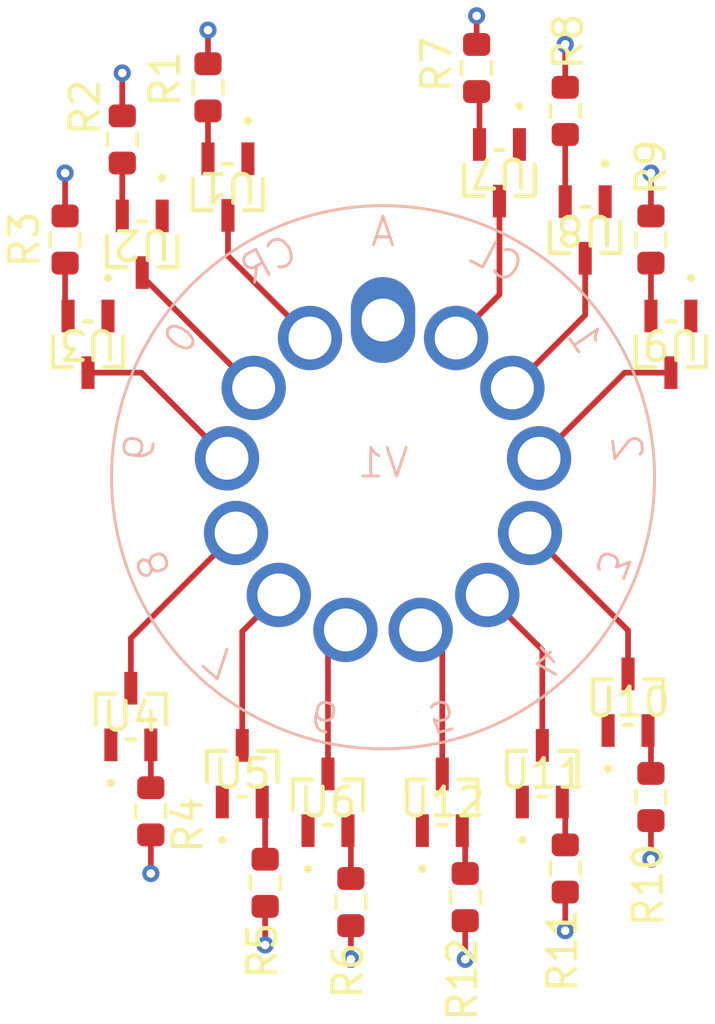
<source format=kicad_pcb>
(kicad_pcb (version 20240108) (generator "pcbnew") (generator_version "8.0")
  (layers (0 "F.Cu" signal) (1 "In1.Cu" signal) (2 "In2.Cu" signal) (3 "In3.Cu" signal) (4 "In4.Cu" signal) (31 "B.Cu" signal) (34 "B.Paste" user) (35 "F.Paste" user) (36 "B.SilkS" user "B.Silkscreen") (37 "F.SilkS" user "F.Silkscreen") (38 "B.Mask" user) (39 "F.Mask" user) (44 "Edge.Cuts" user))
  (net 0 "")
  (net 1 "Net-(U1-EMITTER)")
  (net 2 "GND")
  (net 3 "Net-(U2-EMITTER)")
  (net 4 "Net-(U3-EMITTER)")
  (net 5 "Net-(U4-EMITTER)")
  (net 6 "Net-(U5-EMITTER)")
  (net 7 "Net-(U6-EMITTER)")
  (net 8 "Net-(U7-EMITTER)")
  (net 9 "Net-(U8-EMITTER)")
  (net 10 "Net-(U9-EMITTER)")
  (net 11 "Net-(U10-EMITTER)")
  (net 12 "Net-(U11-EMITTER)")
  (net 13 "Net-(U12-EMITTER)")
  (net 14 "Net-(U1-COLLECTOR)")
  (net 15 "/Comma_R")
  (net 16 "/Cath_0")
  (net 17 "Net-(U2-COLLECTOR)")
  (net 18 "Net-(U3-COLLECTOR)")
  (net 19 "/Cath_9")
  (net 20 "/Cath_8")
  (net 21 "Net-(U4-COLLECTOR)")
  (net 22 "Net-(U5-COLLECTOR)")
  (net 23 "/Cath_7")
  (net 24 "Net-(U6-COLLECTOR)")
  (net 25 "/Cath_6")
  (net 26 "Net-(U7-COLLECTOR)")
  (net 27 "/Comma_L")
  (net 28 "/Cath_1")
  (net 29 "Net-(U8-COLLECTOR)")
  (net 30 "Net-(U9-COLLECTOR)")
  (net 31 "/Cath_2")
  (net 32 "/Cath_3")
  (net 33 "Net-(U10-COLLECTOR)")
  (net 34 "Net-(U11-COLLECTOR)")
  (net 35 "/Cath_4")
  (net 36 "Net-(U12-COLLECTOR)")
  (net 37 "/Cath_5")
  (net 38 "+170V")
  (footprint "Resistor_SMD:R_0603_1608Metric" (layer "F.Cu") (at 127 96.325 -90)
    (property "Reference" "R12" (at 2.875 0.1 90) (layer "F.SilkS"))
    (property "Value" "1K")
    (fp_line (start -0.237258 0.5225) (end 0.237258 0.5225) (stroke (width 0.12)) (layer "F.SilkS"))
    (fp_line (start -0.237258 -0.5225) (end 0.237258 -0.5225) (stroke (width 0.12)) (layer "F.SilkS"))
    (pad "1" smd roundrect (at -0.825 0 270) (size 0.8 0.95) (layers "F.Cu" "F.Paste" "F.Mask") (net 13 "Net-(U12-EMITTER)"))
    (pad "2" smd roundrect (at 0.825 0 270) (size 0.8 0.95) (layers "F.Cu" "F.Paste" "F.Mask") (net 2 "GND"))
  )
  (footprint "footprints:SOT-323-3_2P2X1P35_ONS" (layer "F.Cu") (at 115.6985 73.4906 180)
    (property "Reference" "U2" (at 0 0 180) (layer "F.SilkS"))
    (property "Value" "MSD42WT1G" (hide yes))
    (fp_line (start 1.2319 0.285635) (end 1.2319 -0.8001) (stroke (width 0.1524)) (layer "F.SilkS"))
    (fp_line (start 1.2319 -0.8001) (end 0.56134 -0.8001) (stroke (width 0.1524)) (layer "F.SilkS"))
    (fp_line (start -0.13716 0.8001) (end 0.13716 0.8001) (stroke (width 0.1524)) (layer "F.SilkS"))
    (fp_line (start -0.56134 -0.8001) (end -1.2319 -0.8001) (stroke (width 0.1524)) (layer "F.SilkS"))
    (fp_line (start -1.2319 -0.8001) (end -1.2319 0.285635) (stroke (width 0.1524)) (layer "F.SilkS"))
    (fp_circle (center -0.6985 2.3241) (end -0.6223 2.3241) (stroke (width 0.1524)) (fill none) (layer "F.SilkS"))
    (pad "1" smd rect (at -0.6985 0.9906 180) (size 0.4572 1.143) (layers "F.Cu" "F.Paste" "F.Mask") (net 16 "/Cath_0"))
    (pad "2" smd rect (at 0.6985 0.9906 180) (size 0.4572 1.143) (layers "F.Cu" "F.Paste" "F.Mask") (net 3 "Net-(U2-EMITTER)"))
    (pad "3" smd rect (at 0 -0.9906 180) (size 0.4572 1.143) (layers "F.Cu" "F.Paste" "F.Mask") (net 17 "Net-(U2-COLLECTOR)"))
  )
  (footprint "Resistor_SMD:R_0603_1608Metric" (layer "F.Cu") (at 130.5 95.325 -90)
    (property "Reference" "R11" (at 2.875 0.1 90) (layer "F.SilkS"))
    (property "Value" "1K")
    (fp_line (start -0.237258 0.5225) (end 0.237258 0.5225) (stroke (width 0.12)) (layer "F.SilkS"))
    (fp_line (start -0.237258 -0.5225) (end 0.237258 -0.5225) (stroke (width 0.12)) (layer "F.SilkS"))
    (pad "1" smd roundrect (at -0.825 0 270) (size 0.8 0.95) (layers "F.Cu" "F.Paste" "F.Mask") (net 12 "Net-(U11-EMITTER)"))
    (pad "2" smd roundrect (at 0.825 0 270) (size 0.8 0.95) (layers "F.Cu" "F.Paste" "F.Mask") (net 2 "GND"))
  )
  (footprint "Resistor_SMD:R_0603_1608Metric" (layer "F.Cu") (at 115 69.825 90)
    (property "Reference" "R2" (at 1.125 -1.3 90) (layer "F.SilkS"))
    (property "Value" "1K")
    (fp_line (start -0.237258 -0.5225) (end 0.237258 -0.5225) (stroke (width 0.12)) (layer "F.SilkS"))
    (fp_line (start -0.237258 0.5225) (end 0.237258 0.5225) (stroke (width 0.12)) (layer "F.SilkS"))
    (pad "1" smd roundrect (at -0.825 0 90) (size 0.8 0.95) (layers "F.Cu" "F.Paste" "F.Mask") (net 3 "Net-(U2-EMITTER)"))
    (pad "2" smd roundrect (at 0.825 0 90) (size 0.8 0.95) (layers "F.Cu" "F.Paste" "F.Mask") (net 2 "GND"))
  )
  (footprint "Resistor_SMD:R_0603_1608Metric" (layer "F.Cu") (at 123 96.5 -90)
    (property "Reference" "R6" (at 2.4 0.1 90) (layer "F.SilkS"))
    (property "Value" "1K")
    (fp_line (start -0.237258 0.5225) (end 0.237258 0.5225) (stroke (width 0.12)) (layer "F.SilkS"))
    (fp_line (start -0.237258 -0.5225) (end 0.237258 -0.5225) (stroke (width 0.12)) (layer "F.SilkS"))
    (pad "1" smd roundrect (at -0.825 0 270) (size 0.8 0.95) (layers "F.Cu" "F.Paste" "F.Mask") (net 7 "Net-(U6-EMITTER)"))
    (pad "2" smd roundrect (at 0.825 0 270) (size 0.8 0.95) (layers "F.Cu" "F.Paste" "F.Mask") (net 2 "GND"))
  )
  (footprint "footprints:SOT-323-3_2P2X1P35_ONS" (layer "F.Cu") (at 115.3015 90.0094)
    (property "Reference" "U4" (at 0 0 0) (layer "F.SilkS"))
    (property "Value" "MSD42WT1G" (hide yes))
    (fp_line (start -1.2319 -0.8001) (end -1.2319 0.285635) (stroke (width 0.1524)) (layer "F.SilkS"))
    (fp_line (start -0.56134 -0.8001) (end -1.2319 -0.8001) (stroke (width 0.1524)) (layer "F.SilkS"))
    (fp_line (start -0.13716 0.8001) (end 0.13716 0.8001) (stroke (width 0.1524)) (layer "F.SilkS"))
    (fp_line (start 1.2319 -0.8001) (end 0.56134 -0.8001) (stroke (width 0.1524)) (layer "F.SilkS"))
    (fp_line (start 1.2319 0.285635) (end 1.2319 -0.8001) (stroke (width 0.1524)) (layer "F.SilkS"))
    (fp_circle (center -0.6985 2.3241) (end -0.6223 2.3241) (stroke (width 0.1524)) (fill none) (layer "F.SilkS"))
    (pad "1" smd rect (at -0.6985 0.9906) (size 0.4572 1.143) (layers "F.Cu" "F.Paste" "F.Mask") (net 20 "/Cath_8"))
    (pad "2" smd rect (at 0.6985 0.9906) (size 0.4572 1.143) (layers "F.Cu" "F.Paste" "F.Mask") (net 5 "Net-(U4-EMITTER)"))
    (pad "3" smd rect (at 0 -0.9906) (size 0.4572 1.143) (layers "F.Cu" "F.Paste" "F.Mask") (net 21 "Net-(U4-COLLECTOR)"))
  )
  (footprint "Resistor_SMD:R_0603_1608Metric" (layer "F.Cu") (at 133.5 73.325 90)
    (property "Reference" "R9" (at 2.525 0 90) (layer "F.SilkS"))
    (property "Value" "1K")
    (fp_line (start -0.237258 -0.5225) (end 0.237258 -0.5225) (stroke (width 0.12)) (layer "F.SilkS"))
    (fp_line (start -0.237258 0.5225) (end 0.237258 0.5225) (stroke (width 0.12)) (layer "F.SilkS"))
    (pad "1" smd roundrect (at -0.825 0 90) (size 0.8 0.95) (layers "F.Cu" "F.Paste" "F.Mask") (net 10 "Net-(U9-EMITTER)"))
    (pad "2" smd roundrect (at 0.825 0 90) (size 0.8 0.95) (layers "F.Cu" "F.Paste" "F.Mask") (net 2 "GND"))
  )
  (footprint "Resistor_SMD:R_0603_1608Metric" (layer "F.Cu") (at 118 68 90)
    (property "Reference" "R1" (at 0.3 -1.5 90) (layer "F.SilkS"))
    (property "Value" "7K87")
    (fp_line (start -0.237258 -0.5225) (end 0.237258 -0.5225) (stroke (width 0.12)) (layer "F.SilkS"))
    (fp_line (start -0.237258 0.5225) (end 0.237258 0.5225) (stroke (width 0.12)) (layer "F.SilkS"))
    (pad "1" smd roundrect (at -0.825 0 90) (size 0.8 0.95) (layers "F.Cu" "F.Paste" "F.Mask") (net 1 "Net-(U1-EMITTER)"))
    (pad "2" smd roundrect (at 0.825 0 90) (size 0.8 0.95) (layers "F.Cu" "F.Paste" "F.Mask") (net 2 "GND"))
  )
  (footprint "footprints:SOT-323-3_2P2X1P35_ONS" (layer "F.Cu") (at 134.1985 76.9906 180)
    (property "Reference" "U9" (at 0 0 180) (layer "F.SilkS"))
    (property "Value" "MSD42WT1G" (hide yes))
    (fp_line (start 1.2319 0.285635) (end 1.2319 -0.8001) (stroke (width 0.1524)) (layer "F.SilkS"))
    (fp_line (start 1.2319 -0.8001) (end 0.56134 -0.8001) (stroke (width 0.1524)) (layer "F.SilkS"))
    (fp_line (start -0.13716 0.8001) (end 0.13716 0.8001) (stroke (width 0.1524)) (layer "F.SilkS"))
    (fp_line (start -0.56134 -0.8001) (end -1.2319 -0.8001) (stroke (width 0.1524)) (layer "F.SilkS"))
    (fp_line (start -1.2319 -0.8001) (end -1.2319 0.285635) (stroke (width 0.1524)) (layer "F.SilkS"))
    (fp_circle (center -0.6985 2.3241) (end -0.6223 2.3241) (stroke (width 0.1524)) (fill none) (layer "F.SilkS"))
    (pad "1" smd rect (at -0.6985 0.9906 180) (size 0.4572 1.143) (layers "F.Cu" "F.Paste" "F.Mask") (net 31 "/Cath_2"))
    (pad "2" smd rect (at 0.6985 0.9906 180) (size 0.4572 1.143) (layers "F.Cu" "F.Paste" "F.Mask") (net 10 "Net-(U9-EMITTER)"))
    (pad "3" smd rect (at 0 -0.9906 180) (size 0.4572 1.143) (layers "F.Cu" "F.Paste" "F.Mask") (net 30 "Net-(U9-COLLECTOR)"))
  )
  (footprint "footprints:SOT-323-3_2P2X1P35_ONS" (layer "F.Cu") (at 128.1985 70.9906 180)
    (property "Reference" "U7" (at 0 0 180) (layer "F.SilkS"))
    (property "Value" "MSD42WT1G" (hide yes))
    (fp_line (start 1.2319 0.285635) (end 1.2319 -0.8001) (stroke (width 0.1524)) (layer "F.SilkS"))
    (fp_line (start 1.2319 -0.8001) (end 0.56134 -0.8001) (stroke (width 0.1524)) (layer "F.SilkS"))
    (fp_line (start -0.13716 0.8001) (end 0.13716 0.8001) (stroke (width 0.1524)) (layer "F.SilkS"))
    (fp_line (start -0.56134 -0.8001) (end -1.2319 -0.8001) (stroke (width 0.1524)) (layer "F.SilkS"))
    (fp_line (start -1.2319 -0.8001) (end -1.2319 0.285635) (stroke (width 0.1524)) (layer "F.SilkS"))
    (fp_circle (center -0.6985 2.3241) (end -0.6223 2.3241) (stroke (width 0.1524)) (fill none) (layer "F.SilkS"))
    (pad "1" smd rect (at -0.6985 0.9906 180) (size 0.4572 1.143) (layers "F.Cu" "F.Paste" "F.Mask") (net 27 "/Comma_L"))
    (pad "2" smd rect (at 0.6985 0.9906 180) (size 0.4572 1.143) (layers "F.Cu" "F.Paste" "F.Mask") (net 8 "Net-(U7-EMITTER)"))
    (pad "3" smd rect (at 0 -0.9906 180) (size 0.4572 1.143) (layers "F.Cu" "F.Paste" "F.Mask") (net 26 "Net-(U7-COLLECTOR)"))
  )
  (footprint "footprints:SOT-323-3_2P2X1P35_ONS" (layer "F.Cu") (at 119.1985 92.0094)
    (property "Reference" "U5" (at 0 0 0) (layer "F.SilkS"))
    (property "Value" "MSD42WT1G" (hide yes))
    (fp_line (start -1.2319 -0.8001) (end -1.2319 0.285635) (stroke (width 0.1524)) (layer "F.SilkS"))
    (fp_line (start -0.56134 -0.8001) (end -1.2319 -0.8001) (stroke (width 0.1524)) (layer "F.SilkS"))
    (fp_line (start -0.13716 0.8001) (end 0.13716 0.8001) (stroke (width 0.1524)) (layer "F.SilkS"))
    (fp_line (start 1.2319 -0.8001) (end 0.56134 -0.8001) (stroke (width 0.1524)) (layer "F.SilkS"))
    (fp_line (start 1.2319 0.285635) (end 1.2319 -0.8001) (stroke (width 0.1524)) (layer "F.SilkS"))
    (fp_circle (center -0.6985 2.3241) (end -0.6223 2.3241) (stroke (width 0.1524)) (fill none) (layer "F.SilkS"))
    (pad "1" smd rect (at -0.6985 0.9906) (size 0.4572 1.143) (layers "F.Cu" "F.Paste" "F.Mask") (net 23 "/Cath_7"))
    (pad "2" smd rect (at 0.6985 0.9906) (size 0.4572 1.143) (layers "F.Cu" "F.Paste" "F.Mask") (net 6 "Net-(U5-EMITTER)"))
    (pad "3" smd rect (at 0 -0.9906) (size 0.4572 1.143) (layers "F.Cu" "F.Paste" "F.Mask") (net 22 "Net-(U5-COLLECTOR)"))
  )
  (footprint "footprints:SOT-323-3_2P2X1P35_ONS" (layer "F.Cu") (at 113.8015 76.9906 180)
    (property "Reference" "U3" (at 0 0 180) (layer "F.SilkS"))
    (property "Value" "MSD42WT1G" (hide yes))
    (fp_line (start 1.2319 0.285635) (end 1.2319 -0.8001) (stroke (width 0.1524)) (layer "F.SilkS"))
    (fp_line (start 1.2319 -0.8001) (end 0.56134 -0.8001) (stroke (width 0.1524)) (layer "F.SilkS"))
    (fp_line (start -0.13716 0.8001) (end 0.13716 0.8001) (stroke (width 0.1524)) (layer "F.SilkS"))
    (fp_line (start -0.56134 -0.8001) (end -1.2319 -0.8001) (stroke (width 0.1524)) (layer "F.SilkS"))
    (fp_line (start -1.2319 -0.8001) (end -1.2319 0.285635) (stroke (width 0.1524)) (layer "F.SilkS"))
    (fp_circle (center -0.6985 2.3241) (end -0.6223 2.3241) (stroke (width 0.1524)) (fill none) (layer "F.SilkS"))
    (pad "1" smd rect (at -0.6985 0.9906 180) (size 0.4572 1.143) (layers "F.Cu" "F.Paste" "F.Mask") (net 19 "/Cath_9"))
    (pad "2" smd rect (at 0.6985 0.9906 180) (size 0.4572 1.143) (layers "F.Cu" "F.Paste" "F.Mask") (net 4 "Net-(U3-EMITTER)"))
    (pad "3" smd rect (at 0 -0.9906 180) (size 0.4572 1.143) (layers "F.Cu" "F.Paste" "F.Mask") (net 18 "Net-(U3-COLLECTOR)"))
  )
  (footprint "footprints:SOT-323-3_2P2X1P35_ONS" (layer "F.Cu") (at 131.1985 72.9906 180)
    (property "Reference" "U8" (at 0 0 180) (layer "F.SilkS"))
    (property "Value" "MSD42WT1G" (hide yes))
    (fp_line (start 1.2319 0.285635) (end 1.2319 -0.8001) (stroke (width 0.1524)) (layer "F.SilkS"))
    (fp_line (start 1.2319 -0.8001) (end 0.56134 -0.8001) (stroke (width 0.1524)) (layer "F.SilkS"))
    (fp_line (start -0.13716 0.8001) (end 0.13716 0.8001) (stroke (width 0.1524)) (layer "F.SilkS"))
    (fp_line (start -0.56134 -0.8001) (end -1.2319 -0.8001) (stroke (width 0.1524)) (layer "F.SilkS"))
    (fp_line (start -1.2319 -0.8001) (end -1.2319 0.285635) (stroke (width 0.1524)) (layer "F.SilkS"))
    (fp_circle (center -0.6985 2.3241) (end -0.6223 2.3241) (stroke (width 0.1524)) (fill none) (layer "F.SilkS"))
    (pad "1" smd rect (at -0.6985 0.9906 180) (size 0.4572 1.143) (layers "F.Cu" "F.Paste" "F.Mask") (net 28 "/Cath_1"))
    (pad "2" smd rect (at 0.6985 0.9906 180) (size 0.4572 1.143) (layers "F.Cu" "F.Paste" "F.Mask") (net 9 "Net-(U8-EMITTER)"))
    (pad "3" smd rect (at 0 -0.9906 180) (size 0.4572 1.143) (layers "F.Cu" "F.Paste" "F.Mask") (net 29 "Net-(U8-COLLECTOR)"))
  )
  (footprint "Resistor_SMD:R_0603_1608Metric" (layer "F.Cu") (at 120 95.825 -90)
    (property "Reference" "R5" (at 2.375 0.1 90) (layer "F.SilkS"))
    (property "Value" "1K")
    (fp_line (start -0.237258 0.5225) (end 0.237258 0.5225) (stroke (width 0.12)) (layer "F.SilkS"))
    (fp_line (start -0.237258 -0.5225) (end 0.237258 -0.5225) (stroke (width 0.12)) (layer "F.SilkS"))
    (pad "1" smd roundrect (at -0.825 0 270) (size 0.8 0.95) (layers "F.Cu" "F.Paste" "F.Mask") (net 6 "Net-(U5-EMITTER)"))
    (pad "2" smd roundrect (at 0.825 0 270) (size 0.8 0.95) (layers "F.Cu" "F.Paste" "F.Mask") (net 2 "GND"))
  )
  (footprint "Resistor_SMD:R_0603_1608Metric" (layer "F.Cu") (at 130.5 68.825 90)
    (property "Reference" "R8" (at 2.425 0.1 90) (layer "F.SilkS"))
    (property "Value" "1K")
    (fp_line (start -0.237258 -0.5225) (end 0.237258 -0.5225) (stroke (width 0.12)) (layer "F.SilkS"))
    (fp_line (start -0.237258 0.5225) (end 0.237258 0.5225) (stroke (width 0.12)) (layer "F.SilkS"))
    (pad "1" smd roundrect (at -0.825 0 90) (size 0.8 0.95) (layers "F.Cu" "F.Paste" "F.Mask") (net 9 "Net-(U8-EMITTER)"))
    (pad "2" smd roundrect (at 0.825 0 90) (size 0.8 0.95) (layers "F.Cu" "F.Paste" "F.Mask") (net 2 "GND"))
  )
  (footprint "Resistor_SMD:R_0603_1608Metric" (layer "F.Cu") (at 113 73.325 90)
    (property "Reference" "R3" (at 0 -1.43 90) (layer "F.SilkS"))
    (property "Value" "1K")
    (fp_line (start -0.237258 -0.5225) (end 0.237258 -0.5225) (stroke (width 0.12)) (layer "F.SilkS"))
    (fp_line (start -0.237258 0.5225) (end 0.237258 0.5225) (stroke (width 0.12)) (layer "F.SilkS"))
    (pad "1" smd roundrect (at -0.825 0 90) (size 0.8 0.95) (layers "F.Cu" "F.Paste" "F.Mask") (net 4 "Net-(U3-EMITTER)"))
    (pad "2" smd roundrect (at 0.825 0 90) (size 0.8 0.95) (layers "F.Cu" "F.Paste" "F.Mask") (net 2 "GND"))
  )
  (footprint "Resistor_SMD:R_0603_1608Metric" (layer "F.Cu") (at 116 93.325 -90)
    (property "Reference" "R4" (at 0.475 -1.3 90) (layer "F.SilkS"))
    (property "Value" "1K")
    (fp_line (start -0.237258 0.5225) (end 0.237258 0.5225) (stroke (width 0.12)) (layer "F.SilkS"))
    (fp_line (start -0.237258 -0.5225) (end 0.237258 -0.5225) (stroke (width 0.12)) (layer "F.SilkS"))
    (pad "1" smd roundrect (at -0.825 0 270) (size 0.8 0.95) (layers "F.Cu" "F.Paste" "F.Mask") (net 5 "Net-(U4-EMITTER)"))
    (pad "2" smd roundrect (at 0.825 0 270) (size 0.8 0.95) (layers "F.Cu" "F.Paste" "F.Mask") (net 2 "GND"))
  )
  (footprint "footprints:SOT-323-3_2P2X1P35_ONS" (layer "F.Cu") (at 132.6985 89.5094)
    (property "Reference" "U10" (at 0 0 0) (layer "F.SilkS"))
    (property "Value" "MSD42WT1G" (hide yes))
    (fp_line (start -1.2319 -0.8001) (end -1.2319 0.285635) (stroke (width 0.1524)) (layer "F.SilkS"))
    (fp_line (start -0.56134 -0.8001) (end -1.2319 -0.8001) (stroke (width 0.1524)) (layer "F.SilkS"))
    (fp_line (start -0.13716 0.8001) (end 0.13716 0.8001) (stroke (width 0.1524)) (layer "F.SilkS"))
    (fp_line (start 1.2319 -0.8001) (end 0.56134 -0.8001) (stroke (width 0.1524)) (layer "F.SilkS"))
    (fp_line (start 1.2319 0.285635) (end 1.2319 -0.8001) (stroke (width 0.1524)) (layer "F.SilkS"))
    (fp_circle (center -0.6985 2.3241) (end -0.6223 2.3241) (stroke (width 0.1524)) (fill none) (layer "F.SilkS"))
    (pad "1" smd rect (at -0.6985 0.9906) (size 0.4572 1.143) (layers "F.Cu" "F.Paste" "F.Mask") (net 32 "/Cath_3"))
    (pad "2" smd rect (at 0.6985 0.9906) (size 0.4572 1.143) (layers "F.Cu" "F.Paste" "F.Mask") (net 11 "Net-(U10-EMITTER)"))
    (pad "3" smd rect (at 0 -0.9906) (size 0.4572 1.143) (layers "F.Cu" "F.Paste" "F.Mask") (net 33 "Net-(U10-COLLECTOR)"))
  )
  (footprint "Resistor_SMD:R_0603_1608Metric" (layer "F.Cu") (at 133.5 92.825 -90)
    (property "Reference" "R10" (at 3.075 0.1 90) (layer "F.SilkS"))
    (property "Value" "1K")
    (fp_line (start -0.237258 0.5225) (end 0.237258 0.5225) (stroke (width 0.12)) (layer "F.SilkS"))
    (fp_line (start -0.237258 -0.5225) (end 0.237258 -0.5225) (stroke (width 0.12)) (layer "F.SilkS"))
    (pad "1" smd roundrect (at -0.825 0 270) (size 0.8 0.95) (layers "F.Cu" "F.Paste" "F.Mask") (net 11 "Net-(U10-EMITTER)"))
    (pad "2" smd roundrect (at 0.825 0 270) (size 0.8 0.95) (layers "F.Cu" "F.Paste" "F.Mask") (net 2 "GND"))
  )
  (footprint "Resistor_SMD:R_0603_1608Metric" (layer "F.Cu") (at 127.4 67.325 90)
    (property "Reference" "R7" (at 0.125 -1.4 90) (layer "F.SilkS"))
    (property "Value" "7K87")
    (fp_line (start -0.237258 -0.5225) (end 0.237258 -0.5225) (stroke (width 0.12)) (layer "F.SilkS"))
    (fp_line (start -0.237258 0.5225) (end 0.237258 0.5225) (stroke (width 0.12)) (layer "F.SilkS"))
    (pad "1" smd roundrect (at -0.825 0 90) (size 0.8 0.95) (layers "F.Cu" "F.Paste" "F.Mask") (net 8 "Net-(U7-EMITTER)"))
    (pad "2" smd roundrect (at 0.825 0 90) (size 0.8 0.95) (layers "F.Cu" "F.Paste" "F.Mask") (net 2 "GND"))
  )
  (footprint "footprints:SOT-323-3_2P2X1P35_ONS" (layer "F.Cu") (at 118.6985 71.4906 180)
    (property "Reference" "U1" (at 0 0 180) (layer "F.SilkS"))
    (property "Value" "MSD42WT1G" (hide yes))
    (fp_line (start 1.2319 0.285635) (end 1.2319 -0.8001) (stroke (width 0.1524)) (layer "F.SilkS"))
    (fp_line (start 1.2319 -0.8001) (end 0.56134 -0.8001) (stroke (width 0.1524)) (layer "F.SilkS"))
    (fp_line (start -0.13716 0.8001) (end 0.13716 0.8001) (stroke (width 0.1524)) (layer "F.SilkS"))
    (fp_line (start -0.56134 -0.8001) (end -1.2319 -0.8001) (stroke (width 0.1524)) (layer "F.SilkS"))
    (fp_line (start -1.2319 -0.8001) (end -1.2319 0.285635) (stroke (width 0.1524)) (layer "F.SilkS"))
    (fp_circle (center -0.6985 2.3241) (end -0.6223 2.3241) (stroke (width 0.1524)) (fill none) (layer "F.SilkS"))
    (pad "1" smd rect (at -0.6985 0.9906 180) (size 0.4572 1.143) (layers "F.Cu" "F.Paste" "F.Mask") (net 15 "/Comma_R"))
    (pad "2" smd rect (at 0.6985 0.9906 180) (size 0.4572 1.143) (layers "F.Cu" "F.Paste" "F.Mask") (net 1 "Net-(U1-EMITTER)"))
    (pad "3" smd rect (at 0 -0.9906 180) (size 0.4572 1.143) (layers "F.Cu" "F.Paste" "F.Mask") (net 14 "Net-(U1-COLLECTOR)"))
  )
  (footprint "footprints:SOT-323-3_2P2X1P35_ONS" (layer "F.Cu") (at 126.1985 93.0094)
    (property "Reference" "U12" (at 0 0 0) (layer "F.SilkS"))
    (property "Value" "MSD42WT1G" (hide yes))
    (fp_line (start -1.2319 -0.8001) (end -1.2319 0.285635) (stroke (width 0.1524)) (layer "F.SilkS"))
    (fp_line (start -0.56134 -0.8001) (end -1.2319 -0.8001) (stroke (width 0.1524)) (layer "F.SilkS"))
    (fp_line (start -0.13716 0.8001) (end 0.13716 0.8001) (stroke (width 0.1524)) (layer "F.SilkS"))
    (fp_line (start 1.2319 -0.8001) (end 0.56134 -0.8001) (stroke (width 0.1524)) (layer "F.SilkS"))
    (fp_line (start 1.2319 0.285635) (end 1.2319 -0.8001) (stroke (width 0.1524)) (layer "F.SilkS"))
    (fp_circle (center -0.6985 2.3241) (end -0.6223 2.3241) (stroke (width 0.1524)) (fill none) (layer "F.SilkS"))
    (pad "1" smd rect (at -0.6985 0.9906) (size 0.4572 1.143) (layers "F.Cu" "F.Paste" "F.Mask") (net 37 "/Cath_5"))
    (pad "2" smd rect (at 0.6985 0.9906) (size 0.4572 1.143) (layers "F.Cu" "F.Paste" "F.Mask") (net 13 "Net-(U12-EMITTER)"))
    (pad "3" smd rect (at 0 -0.9906) (size 0.4572 1.143) (layers "F.Cu" "F.Paste" "F.Mask") (net 36 "Net-(U12-COLLECTOR)"))
  )
  (footprint "footprints:SOT-323-3_2P2X1P35_ONS" (layer "F.Cu") (at 122.1985 93.0094)
    (property "Reference" "U6" (at 0 0 0) (layer "F.SilkS"))
    (property "Value" "MSD42WT1G" (hide yes))
    (fp_line (start -1.2319 -0.8001) (end -1.2319 0.285635) (stroke (width 0.1524)) (layer "F.SilkS"))
    (fp_line (start -0.56134 -0.8001) (end -1.2319 -0.8001) (stroke (width 0.1524)) (layer "F.SilkS"))
    (fp_line (start -0.13716 0.8001) (end 0.13716 0.8001) (stroke (width 0.1524)) (layer "F.SilkS"))
    (fp_line (start 1.2319 -0.8001) (end 0.56134 -0.8001) (stroke (width 0.1524)) (layer "F.SilkS"))
    (fp_line (start 1.2319 0.285635) (end 1.2319 -0.8001) (stroke (width 0.1524)) (layer "F.SilkS"))
    (fp_circle (center -0.6985 2.3241) (end -0.6223 2.3241) (stroke (width 0.1524)) (fill none) (layer "F.SilkS"))
    (pad "1" smd rect (at -0.6985 0.9906) (size 0.4572 1.143) (layers "F.Cu" "F.Paste" "F.Mask") (net 25 "/Cath_6"))
    (pad "2" smd rect (at 0.6985 0.9906) (size 0.4572 1.143) (layers "F.Cu" "F.Paste" "F.Mask") (net 7 "Net-(U6-EMITTER)"))
    (pad "3" smd rect (at 0 -0.9906) (size 0.4572 1.143) (layers "F.Cu" "F.Paste" "F.Mask") (net 24 "Net-(U6-COLLECTOR)"))
  )
  (footprint "footprints:SOT-323-3_2P2X1P35_ONS" (layer "F.Cu") (at 129.6985 92.0094)
    (property "Reference" "U11" (at 0 0 0) (layer "F.SilkS"))
    (property "Value" "MSD42WT1G" (hide yes))
    (fp_line (start -1.2319 -0.8001) (end -1.2319 0.285635) (stroke (width 0.1524)) (layer "F.SilkS"))
    (fp_line (start -0.56134 -0.8001) (end -1.2319 -0.8001) (stroke (width 0.1524)) (layer "F.SilkS"))
    (fp_line (start -0.13716 0.8001) (end 0.13716 0.8001) (stroke (width 0.1524)) (layer "F.SilkS"))
    (fp_line (start 1.2319 -0.8001) (end 0.56134 -0.8001) (stroke (width 0.1524)) (layer "F.SilkS"))
    (fp_line (start 1.2319 0.285635) (end 1.2319 -0.8001) (stroke (width 0.1524)) (layer "F.SilkS"))
    (fp_circle (center -0.6985 2.3241) (end -0.6223 2.3241) (stroke (width 0.1524)) (fill none) (layer "F.SilkS"))
    (pad "1" smd rect (at -0.6985 0.9906) (size 0.4572 1.143) (layers "F.Cu" "F.Paste" "F.Mask") (net 35 "/Cath_4"))
    (pad "2" smd rect (at 0.6985 0.9906) (size 0.4572 1.143) (layers "F.Cu" "F.Paste" "F.Mask") (net 12 "Net-(U11-EMITTER)"))
    (pad "3" smd rect (at 0 -0.9906) (size 0.4572 1.143) (layers "F.Cu" "F.Paste" "F.Mask") (net 34 "Net-(U11-COLLECTOR)"))
  )
  (footprint "Nixie_Stuff:IN14" (layer "B.Cu") (at 124.125 81.64 180)
    (property "Reference" "V1" (at 0 0.5 0) (layer "B.SilkS") (effects (font (thickness 0.1)) (justify mirror)))
    (property "Value" "IN14")
    (fp_circle (center 0 0) (end 0 9.5) (stroke (width 0.1)) (fill none) (layer "B.SilkS"))
    (fp_text user "2" (at -7.941671 0.964293 -83.076) (layer "B.SilkS") (effects (font (thickness 0.1)) (justify bottom mirror)))
    (fp_text user "5" (at -1.914525 -7.767535 -166.153) (layer "B.SilkS") (effects (font (thickness 0.1)) (justify bottom mirror)))
    (fp_text user "1" (at -6.583871 4.544518 -55.384) (layer "B.SilkS") (effects (font (thickness 0.1)) (justify bottom mirror)))
    (fp_text user "6" (at 1.914525 -7.767535 166.153) (layer "B.SilkS") (effects (font (thickness 0.1)) (justify bottom mirror)))
    (fp_text user "0" (at 6.583871 4.544518 55.384) (layer "B.SilkS") (effects (font (thickness 0.1)) (justify bottom mirror)))
    (fp_text user "4" (at -5.304981 -5.988086 -138.461) (layer "B.SilkS") (effects (font (thickness 0.1)) (justify bottom mirror)))
    (fp_text user "3" (at -7.48013 -2.836839 -110.769) (layer "B.SilkS") (effects (font (thickness 0.1)) (justify bottom mirror)))
    (fp_text user "CR" (at 3.717785 7.083648 27.692) (layer "B.SilkS") (effects (font (thickness 0.1)) (justify bottom mirror)))
    (fp_text user "8" (at 7.48013 -2.836839 110.769) (layer "B.SilkS") (effects (font (thickness 0.1)) (justify bottom mirror)))
    (fp_text user "CL" (at -3.717785 7.083648 -27.692) (layer "B.SilkS") (effects (font (thickness 0.1)) (justify bottom mirror)))
    (fp_text user "A" (at 0 8 0) (layer "B.SilkS") (effects (font (thickness 0.1)) (justify bottom mirror)))
    (fp_text user "9" (at 7.941671 0.964293 83.076) (layer "B.SilkS") (effects (font (thickness 0.1)) (justify bottom mirror)))
    (fp_text user "7" (at 5.304981 -5.988086 138.461) (layer "B.SilkS") (effects (font (thickness 0.1)) (justify bottom mirror)))
    (pad "1" thru_hole oval (at 0 5.5 180) (size 2.25 3) (drill 1.5) (layers "*.Cu" "*.Mask") (net 38 "+170V"))
    (pad "2" thru_hole circle (at -2.555977 4.870008 152.308) (size 2.25 2.25) (drill 1.5) (layers "*.Cu" "*.Mask") (net 26 "Net-(U7-COLLECTOR)"))
    (pad "3" thru_hole circle (at -4.526411 3.124356 124.616) (size 2.25 2.25) (drill 1.5) (layers "*.Cu" "*.Mask") (net 29 "Net-(U8-COLLECTOR)"))
    (pad "4" thru_hole circle (at -5.459899 0.662952 96.924) (size 2.25 2.25) (drill 1.5) (layers "*.Cu" "*.Mask") (net 30 "Net-(U9-COLLECTOR)"))
    (pad "5" thru_hole circle (at -5.142589 -1.950327 69.231) (size 2.25 2.25) (drill 1.5) (layers "*.Cu" "*.Mask") (net 33 "Net-(U10-COLLECTOR)"))
    (pad "6" thru_hole circle (at -3.647175 -4.116809 41.539) (size 2.25 2.25) (drill 1.5) (layers "*.Cu" "*.Mask") (net 34 "Net-(U11-COLLECTOR)"))
    (pad "7" thru_hole circle (at -1.316236 -5.34018 13.847) (size 2.25 2.25) (drill 1.5) (layers "*.Cu" "*.Mask") (net 36 "Net-(U12-COLLECTOR)"))
    (pad "8" thru_hole circle (at 1.316236 -5.34018 346.154) (size 2.25 2.25) (drill 1.5) (layers "*.Cu" "*.Mask") (net 24 "Net-(U6-COLLECTOR)"))
    (pad "9" thru_hole circle (at 3.647175 -4.116809 318.462) (size 2.25 2.25) (drill 1.5) (layers "*.Cu" "*.Mask") (net 22 "Net-(U5-COLLECTOR)"))
    (pad "10" thru_hole circle (at 5.142589 -1.950327 290.77) (size 2.25 2.25) (drill 1.5) (layers "*.Cu" "*.Mask") (net 21 "Net-(U4-COLLECTOR)"))
    (pad "11" thru_hole circle (at 5.459899 0.662952 263.077) (size 2.25 2.25) (drill 1.5) (layers "*.Cu" "*.Mask") (net 18 "Net-(U3-COLLECTOR)"))
    (pad "12" thru_hole circle (at 4.526411 3.124356 235.385) (size 2.25 2.25) (drill 1.5) (layers "*.Cu" "*.Mask") (net 17 "Net-(U2-COLLECTOR)"))
    (pad "13" thru_hole circle (at 2.555977 4.870008 207.693) (size 2.25 2.25) (drill 1.5) (layers "*.Cu" "*.Mask") (net 14 "Net-(U1-COLLECTOR)"))
  )
  (segment (start 118 70.5) (end 118 68.825) (width 0.2) (layer "F.Cu") (net 1))
  (segment (start 133.5 93.65) (end 133.5 95) (width 0.2) (layer "F.Cu") (net 2))
  (segment (start 127.4 66.5) (end 127.4 65.5) (width 0.2) (layer "F.Cu") (net 2))
  (segment (start 130.5 96.15) (end 130.5 97.5) (width 0.2) (layer "F.Cu") (net 2))
  (segment (start 116 94.15) (end 116 95.5) (width 0.2) (layer "F.Cu") (net 2))
  (segment (start 127 97.15) (end 127 98.5) (width 0.2) (layer "F.Cu") (net 2))
  (segment (start 115 69) (end 115 67.5) (width 0.2) (layer "F.Cu") (net 2))
  (segment (start 118 67.175) (end 118 66) (width 0.2) (layer "F.Cu") (net 2))
  (segment (start 130.5 68) (end 130.5 66.5) (width 0.2) (layer "F.Cu") (net 2))
  (segment (start 133.5 72.5) (end 133.5 71) (width 0.2) (layer "F.Cu") (net 2))
  (segment (start 113 72.5) (end 113 71) (width 0.2) (layer "F.Cu") (net 2))
  (segment (start 123 97.325) (end 123 98.5) (width 0.2) (layer "F.Cu") (net 2))
  (segment (start 120 96.65) (end 120 98) (width 0.2) (layer "F.Cu") (net 2))
  (via (at 130.5 97.5) (size 0.6) (drill 0.3) (layers "F.Cu" "B.Cu") (net 2))
  (via (at 120 98) (size 0.6) (drill 0.3) (layers "F.Cu" "B.Cu") (net 2))
  (via (at 113 71) (size 0.6) (drill 0.3) (layers "F.Cu" "B.Cu") (net 2))
  (via (at 130.5 66.5) (size 0.6) (drill 0.3) (layers "F.Cu" "B.Cu") (net 2))
  (via (at 123 98.5) (size 0.6) (drill 0.3) (layers "F.Cu" "B.Cu") (net 2))
  (via (at 127.4 65.5) (size 0.6) (drill 0.3) (layers "F.Cu" "B.Cu") (net 2))
  (via (at 115 67.5) (size 0.6) (drill 0.3) (layers "F.Cu" "B.Cu") (net 2))
  (via (at 116 95.5) (size 0.6) (drill 0.3) (layers "F.Cu" "B.Cu") (net 2))
  (via (at 127 98.5) (size 0.6) (drill 0.3) (layers "F.Cu" "B.Cu") (net 2))
  (via (at 133.5 71) (size 0.6) (drill 0.3) (layers "F.Cu" "B.Cu") (net 2))
  (via (at 118 66) (size 0.6) (drill 0.3) (layers "F.Cu" "B.Cu") (net 2))
  (via (at 133.5 95) (size 0.6) (drill 0.3) (layers "F.Cu" "B.Cu") (net 2))
  (segment (start 115 72.5) (end 115 70.65) (width 0.2) (layer "F.Cu") (net 3))
  (segment (start 113 74.15) (end 113 75.897) (width 0.2) (layer "F.Cu") (net 4))
  (segment (start 113 75.897) (end 113.103 76) (width 0.2) (layer "F.Cu") (net 4))
  (segment (start 116 92.5) (end 116 91) (width 0.2) (layer "F.Cu") (net 5))
  (segment (start 120 95) (end 120 93.103) (width 0.2) (layer "F.Cu") (net 6))
  (segment (start 120 93.103) (end 119.897 93) (width 0.2) (layer "F.Cu") (net 6))
  (segment (start 123 94.103) (end 122.897 94) (width 0.2) (layer "F.Cu") (net 7))
  (segment (start 123 95.675) (end 123 94.103) (width 0.2) (layer "F.Cu") (net 7))
  (segment (start 127.5 68.25) (end 127.4 68.15) (width 0.2) (layer "F.Cu") (net 8))
  (segment (start 127.5 70) (end 127.5 68.25) (width 0.2) (layer "F.Cu") (net 8))
  (segment (start 130.5 69.65) (end 130.5 72) (width 0.2) (layer "F.Cu") (net 9))
  (segment (start 133.5 74.15) (end 133.5 76) (width 0.2) (layer "F.Cu") (net 10))
  (segment (start 133.5 92) (end 133.5 90.603) (width 0.2) (layer "F.Cu") (net 11))
  (segment (start 133.5 90.603) (end 133.397 90.5) (width 0.2) (layer "F.Cu") (net 11))
  (segment (start 130.5 93.103) (end 130.397 93) (width 0.2) (layer "F.Cu") (net 12))
  (segment (start 130.5 94.5) (end 130.5 93.103) (width 0.2) (layer "F.Cu") (net 12))
  (segment (start 127 95.5) (end 127 94.103) (width 0.2) (layer "F.Cu") (net 13))
  (segment (start 127 94.103) (end 126.897 94) (width 0.2) (layer "F.Cu") (net 13))
  (segment (start 118.6985 73.899469) (end 121.569023 76.769992) (width 0.2) (layer "F.Cu") (net 14))
  (segment (start 118.6985 72.4812) (end 118.6985 73.899469) (width 0.2) (layer "F.Cu") (net 14))
  (segment (start 115.6985 74.615555) (end 119.598589 78.515644) (width 0.2) (layer "F.Cu") (net 17))
  (segment (start 115.6985 74.4812) (end 115.6985 74.615555) (width 0.2) (layer "F.Cu") (net 17))
  (segment (start 115.669253 77.9812) (end 118.665101 80.977048) (width 0.2) (layer "F.Cu") (net 18))
  (segment (start 113.8015 77.9812) (end 115.669253 77.9812) (width 0.2) (layer "F.Cu") (net 18))
  (segment (start 115.3015 89.0188) (end 115.3015 87.271238) (width 0.2) (layer "F.Cu") (net 21))
  (segment (start 115.3015 87.271238) (end 118.982411 83.590327) (width 0.2) (layer "F.Cu") (net 21))
  (segment (start 119.1985 87.036134) (end 120.477825 85.756809) (width 0.2) (layer "F.Cu") (net 22))
  (segment (start 119.1985 91.0188) (end 119.1985 87.036134) (width 0.2) (layer "F.Cu") (net 22))
  (segment (start 122.1985 92.0188) (end 122.1985 87.590444) (width 0.2) (layer "F.Cu") (net 24))
  (segment (start 122.1985 87.590444) (end 122.808764 86.98018) (width 0.2) (layer "F.Cu") (net 24))
  (segment (start 128.1985 75.252469) (end 126.680977 76.769992) (width 0.2) (layer "F.Cu") (net 26))
  (segment (start 128.1985 71.9812) (end 128.1985 75.252469) (width 0.2) (layer "F.Cu") (net 26))
  (segment (start 131.1985 75.968555) (end 128.651411 78.515644) (width 0.2) (layer "F.Cu") (net 29))
  (segment (start 131.1985 73.9812) (end 131.1985 75.968555) (width 0.2) (layer "F.Cu") (net 29))
  (segment (start 134.1985 77.9812) (end 132.580747 77.9812) (width 0.2) (layer "F.Cu") (net 30))
  (segment (start 132.580747 77.9812) (end 129.584899 80.977048) (width 0.2) (layer "F.Cu") (net 30))
  (segment (start 129.290327 83.590327) (end 129.267589 83.590327) (width 0.2) (layer "F.Cu") (net 33))
  (segment (start 132.6985 88.5188) (end 132.6985 86.9985) (width 0.2) (layer "F.Cu") (net 33))
  (segment (start 132.6985 86.9985) (end 129.290327 83.590327) (width 0.2) (layer "F.Cu") (net 33))
  (segment (start 129.6985 87.683134) (end 129.6985 91.0188) (width 0.2) (layer "F.Cu") (net 34))
  (segment (start 127.772175 85.756809) (end 129.6985 87.683134) (width 0.2) (layer "F.Cu") (net 34))
  (segment (start 126.1985 92.0188) (end 126.1985 87.737444) (width 0.2) (layer "F.Cu") (net 36))
  (segment (start 126.1985 87.737444) (end 125.441236 86.98018) (width 0.2) (layer "F.Cu") (net 36))
)
</source>
